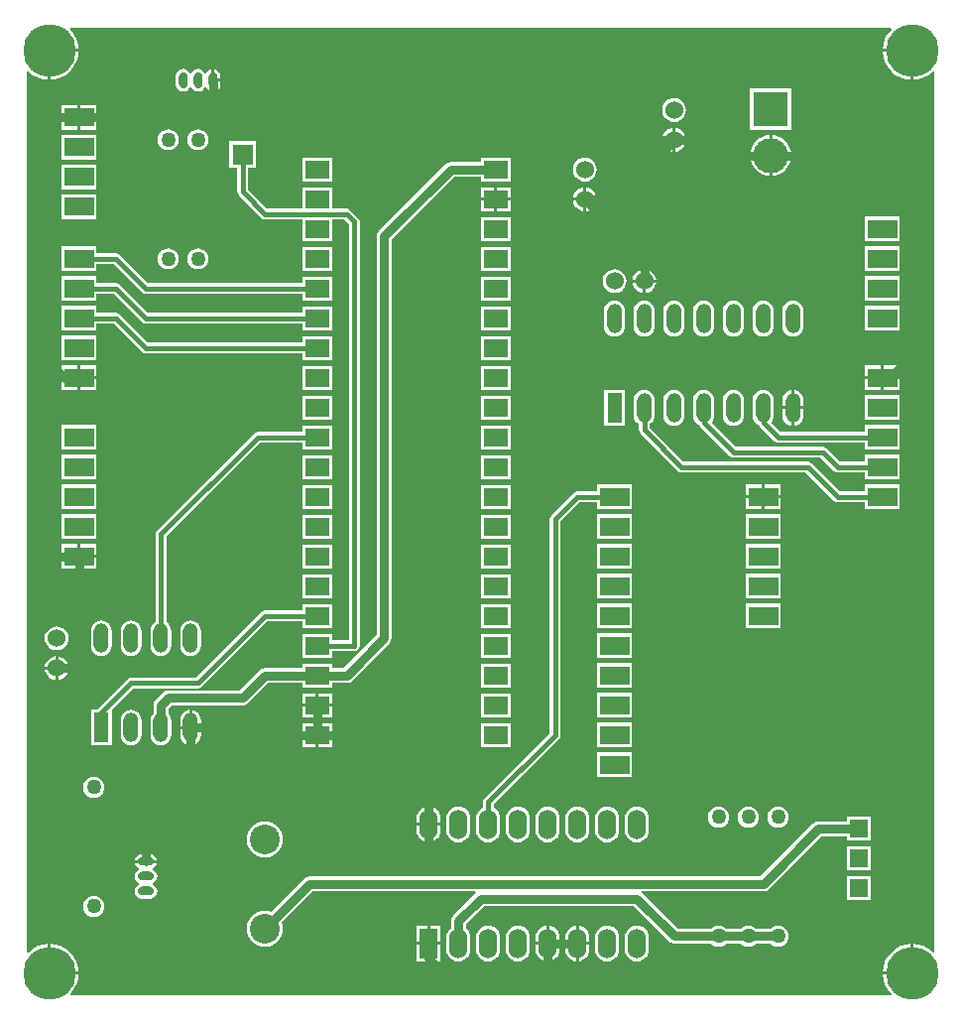
<source format=gbl>
G04 Layer_Physical_Order=2*
G04 Layer_Color=16770953*
%FSLAX25Y25*%
%MOIN*%
G70*
G01*
G75*
%ADD10C,0.01500*%
%ADD11C,0.03000*%
%ADD12C,0.17716*%
%ADD13C,0.10000*%
%ADD14R,0.09843X0.06299*%
%ADD15C,0.06000*%
%ADD16R,0.05000X0.10000*%
%ADD17O,0.05000X0.10000*%
%ADD18R,0.08000X0.06000*%
%ADD19O,0.05500X0.03000*%
%ADD20C,0.05000*%
%ADD21O,0.06000X0.10000*%
%ADD22R,0.06000X0.10000*%
%ADD23R,0.11811X0.11811*%
%ADD24C,0.11811*%
%ADD25R,0.06000X0.06000*%
%ADD26R,0.07000X0.07000*%
%ADD27O,0.03000X0.05500*%
G36*
X442975Y467171D02*
X442992Y467000D01*
X441763Y465504D01*
X440848Y463791D01*
X440284Y461933D01*
X440143Y460500D01*
X450000D01*
Y460000D01*
X450500D01*
Y450143D01*
X451933Y450284D01*
X453791Y450848D01*
X455504Y451763D01*
X457000Y452992D01*
X457171Y452975D01*
X457500Y452857D01*
Y157143D01*
X457171Y157025D01*
X457000Y157008D01*
X455504Y158237D01*
X453791Y159152D01*
X451933Y159716D01*
X450500Y159857D01*
Y150000D01*
X450000D01*
Y149500D01*
X440143D01*
X440284Y148067D01*
X440848Y146209D01*
X441763Y144497D01*
X442992Y143000D01*
X442975Y142829D01*
X442857Y142500D01*
X167143D01*
X167025Y142829D01*
X167008Y143000D01*
X168236Y144497D01*
X169152Y146209D01*
X169716Y148067D01*
X169857Y149500D01*
X160000D01*
Y150000D01*
X159500D01*
Y159857D01*
X158067Y159716D01*
X156209Y159152D01*
X154497Y158237D01*
X153000Y157008D01*
X152829Y157025D01*
X152500Y157143D01*
Y452857D01*
X152829Y452975D01*
X153000Y452992D01*
X154497Y451763D01*
X156209Y450848D01*
X158067Y450284D01*
X159500Y450143D01*
Y460000D01*
X160000D01*
Y460500D01*
X169857D01*
X169716Y461933D01*
X169152Y463791D01*
X168236Y465504D01*
X167008Y467000D01*
X167025Y467171D01*
X167143Y467500D01*
X442857D01*
X442975Y467171D01*
D02*
G37*
%LPC*%
G36*
X355921Y264150D02*
X344079D01*
Y255850D01*
X355921D01*
Y264150D01*
D02*
G37*
G36*
X315000Y264000D02*
X305000D01*
Y256000D01*
X315000D01*
Y264000D01*
D02*
G37*
G36*
X163000Y256469D02*
Y253000D01*
X166469D01*
X166397Y253544D01*
X165994Y254517D01*
X165353Y255353D01*
X164517Y255994D01*
X163544Y256397D01*
X163000Y256469D01*
D02*
G37*
G36*
X162000Y252000D02*
X158531D01*
X158603Y251456D01*
X159006Y250483D01*
X159647Y249647D01*
X160483Y249006D01*
X161456Y248603D01*
X162000Y248531D01*
Y252000D01*
D02*
G37*
G36*
X166469D02*
X163000D01*
Y248531D01*
X163544Y248603D01*
X164517Y249006D01*
X165353Y249647D01*
X165994Y250483D01*
X166397Y251456D01*
X166469Y252000D01*
D02*
G37*
G36*
X162000Y256469D02*
X161456Y256397D01*
X160483Y255994D01*
X159647Y255353D01*
X159006Y254517D01*
X158603Y253544D01*
X158531Y253000D01*
X162000D01*
Y256469D01*
D02*
G37*
G36*
X162500Y266534D02*
X161456Y266397D01*
X160483Y265994D01*
X159647Y265353D01*
X159006Y264517D01*
X158603Y263544D01*
X158466Y262500D01*
X158603Y261456D01*
X159006Y260483D01*
X159647Y259647D01*
X160483Y259006D01*
X161456Y258603D01*
X162500Y258466D01*
X163544Y258603D01*
X164517Y259006D01*
X165353Y259647D01*
X165994Y260483D01*
X166397Y261456D01*
X166534Y262500D01*
X166397Y263544D01*
X165994Y264517D01*
X165353Y265353D01*
X164517Y265994D01*
X163544Y266397D01*
X162500Y266534D01*
D02*
G37*
G36*
X229500Y429500D02*
X220500D01*
Y420500D01*
X223216D01*
Y412500D01*
X223352Y411817D01*
X223738Y411238D01*
X231238Y403738D01*
X231817Y403351D01*
X232500Y403216D01*
X245000D01*
Y396000D01*
X255000D01*
Y403216D01*
X259261D01*
X260716Y401761D01*
Y261784D01*
X255000D01*
Y264000D01*
X245000D01*
Y256000D01*
X255000D01*
Y258216D01*
X262500D01*
X263183Y258351D01*
X263762Y258738D01*
X264148Y259317D01*
X264284Y260000D01*
Y402500D01*
X264148Y403183D01*
X263762Y403762D01*
X263762Y403762D01*
X261262Y406262D01*
X260683Y406648D01*
X260000Y406784D01*
X255000D01*
Y414000D01*
X245000D01*
Y406784D01*
X233239D01*
X226784Y413239D01*
Y420500D01*
X229500D01*
Y429500D01*
D02*
G37*
G36*
X355921Y274150D02*
X344079D01*
Y265850D01*
X355921D01*
Y274150D01*
D02*
G37*
G36*
X177500Y268530D02*
X176586Y268410D01*
X175735Y268057D01*
X175004Y267496D01*
X174443Y266765D01*
X174090Y265914D01*
X173970Y265000D01*
Y260000D01*
X174090Y259086D01*
X174443Y258235D01*
X175004Y257504D01*
X175735Y256943D01*
X176586Y256590D01*
X177500Y256470D01*
X178414Y256590D01*
X179265Y256943D01*
X179996Y257504D01*
X180557Y258235D01*
X180910Y259086D01*
X181030Y260000D01*
Y265000D01*
X180910Y265914D01*
X180557Y266765D01*
X179996Y267496D01*
X179265Y268057D01*
X178414Y268410D01*
X177500Y268530D01*
D02*
G37*
G36*
X187500D02*
X186586Y268410D01*
X185735Y268057D01*
X185004Y267496D01*
X184443Y266765D01*
X184090Y265914D01*
X183970Y265000D01*
Y260000D01*
X184090Y259086D01*
X184443Y258235D01*
X185004Y257504D01*
X185735Y256943D01*
X186586Y256590D01*
X187500Y256470D01*
X188414Y256590D01*
X189265Y256943D01*
X189996Y257504D01*
X190557Y258235D01*
X190910Y259086D01*
X191030Y260000D01*
Y265000D01*
X190910Y265914D01*
X190557Y266765D01*
X189996Y267496D01*
X189265Y268057D01*
X188414Y268410D01*
X187500Y268530D01*
D02*
G37*
G36*
X207500D02*
X206586Y268410D01*
X205735Y268057D01*
X205004Y267496D01*
X204443Y266765D01*
X204090Y265914D01*
X203970Y265000D01*
Y260000D01*
X204090Y259086D01*
X204443Y258235D01*
X205004Y257504D01*
X205735Y256943D01*
X206586Y256590D01*
X207500Y256470D01*
X208414Y256590D01*
X209265Y256943D01*
X209996Y257504D01*
X210557Y258235D01*
X210910Y259086D01*
X211030Y260000D01*
Y265000D01*
X210910Y265914D01*
X210557Y266765D01*
X209996Y267496D01*
X209265Y268057D01*
X208414Y268410D01*
X207500Y268530D01*
D02*
G37*
G36*
X208000Y238464D02*
Y233000D01*
X211030D01*
Y235000D01*
X210910Y235914D01*
X210557Y236765D01*
X209996Y237496D01*
X209265Y238057D01*
X208414Y238410D01*
X208000Y238464D01*
D02*
G37*
G36*
X355921Y244150D02*
X344079D01*
Y235850D01*
X355921D01*
Y244150D01*
D02*
G37*
G36*
X249500Y239500D02*
X245000D01*
Y236000D01*
X249500D01*
Y239500D01*
D02*
G37*
G36*
Y234000D02*
X245000D01*
Y230500D01*
X249500D01*
Y234000D01*
D02*
G37*
G36*
X255000D02*
X250500D01*
Y230500D01*
X255000D01*
Y234000D01*
D02*
G37*
G36*
X207000Y238464D02*
X206586Y238410D01*
X205735Y238057D01*
X205004Y237496D01*
X204443Y236765D01*
X204090Y235914D01*
X203970Y235000D01*
Y233000D01*
X207000D01*
Y238464D01*
D02*
G37*
G36*
X255000Y244000D02*
X250500D01*
Y240500D01*
X255000D01*
Y244000D01*
D02*
G37*
G36*
X355921Y254150D02*
X344079D01*
Y245850D01*
X355921D01*
Y254150D01*
D02*
G37*
G36*
X315000Y254000D02*
X305000D01*
Y246000D01*
X315000D01*
Y254000D01*
D02*
G37*
G36*
X255000Y239500D02*
X250500D01*
Y236000D01*
X255000D01*
Y239500D01*
D02*
G37*
G36*
X315000Y244000D02*
X305000D01*
Y236000D01*
X315000D01*
Y244000D01*
D02*
G37*
G36*
X249500D02*
X245000D01*
Y240500D01*
X249500D01*
Y244000D01*
D02*
G37*
G36*
X175921Y304150D02*
X164079D01*
Y295850D01*
X175921D01*
Y304150D01*
D02*
G37*
G36*
X355921D02*
X344079D01*
Y295850D01*
X355921D01*
Y304150D01*
D02*
G37*
G36*
X405921D02*
X394079D01*
Y295850D01*
X405921D01*
Y304150D01*
D02*
G37*
G36*
X315000Y294000D02*
X305000D01*
Y286000D01*
X315000D01*
Y294000D01*
D02*
G37*
G36*
X169500Y294150D02*
X164079D01*
Y290500D01*
X169500D01*
Y294150D01*
D02*
G37*
G36*
X175921D02*
X170500D01*
Y290500D01*
X175921D01*
Y294150D01*
D02*
G37*
G36*
X355921Y314150D02*
X344079D01*
Y311784D01*
X337500D01*
X336817Y311649D01*
X336238Y311262D01*
X328738Y303762D01*
X328351Y303183D01*
X328216Y302500D01*
Y230739D01*
X306238Y208762D01*
X305852Y208183D01*
X305716Y207500D01*
Y205591D01*
X305483Y205494D01*
X304647Y204853D01*
X304006Y204017D01*
X303603Y203044D01*
X303466Y202000D01*
Y198000D01*
X303603Y196956D01*
X304006Y195983D01*
X304647Y195147D01*
X305483Y194506D01*
X306456Y194103D01*
X307500Y193965D01*
X308544Y194103D01*
X309517Y194506D01*
X310353Y195147D01*
X310994Y195983D01*
X311397Y196956D01*
X311535Y198000D01*
Y202000D01*
X311397Y203044D01*
X310994Y204017D01*
X310353Y204853D01*
X309517Y205494D01*
X309284Y205591D01*
Y206761D01*
X331262Y228738D01*
X331262Y228738D01*
X331648Y229317D01*
X331784Y230000D01*
X331784Y230000D01*
Y301761D01*
X338239Y308216D01*
X344079D01*
Y305850D01*
X355921D01*
Y314150D01*
D02*
G37*
G36*
X399500Y309500D02*
X394079D01*
Y305850D01*
X399500D01*
Y309500D01*
D02*
G37*
G36*
X405921D02*
X400500D01*
Y305850D01*
X405921D01*
Y309500D01*
D02*
G37*
G36*
X255000Y304000D02*
X245000D01*
Y296000D01*
X255000D01*
Y304000D01*
D02*
G37*
G36*
X315000D02*
X305000D01*
Y296000D01*
X315000D01*
Y304000D01*
D02*
G37*
G36*
X175921Y314150D02*
X164079D01*
Y305850D01*
X175921D01*
Y314150D01*
D02*
G37*
G36*
X355921Y284150D02*
X344079D01*
Y275850D01*
X355921D01*
Y284150D01*
D02*
G37*
G36*
X405921D02*
X394079D01*
Y275850D01*
X405921D01*
Y284150D01*
D02*
G37*
G36*
X255000Y284000D02*
X245000D01*
Y276000D01*
X255000D01*
Y284000D01*
D02*
G37*
G36*
X405921Y274150D02*
X394079D01*
Y265850D01*
X405921D01*
Y274150D01*
D02*
G37*
G36*
X315000Y274000D02*
X305000D01*
Y266000D01*
X315000D01*
Y274000D01*
D02*
G37*
G36*
X255000D02*
X245000D01*
Y271784D01*
X232500D01*
X232500Y271784D01*
X231817Y271649D01*
X231238Y271262D01*
X231238Y271262D01*
X209261Y249284D01*
X187500D01*
X187500Y249284D01*
X186817Y249149D01*
X186238Y248762D01*
X186238Y248762D01*
X176238Y238762D01*
X176064Y238500D01*
X174000D01*
Y226500D01*
X181000D01*
Y238477D01*
X188239Y245716D01*
X210000D01*
X210683Y245851D01*
X211262Y246238D01*
X233239Y268216D01*
X245000D01*
Y266000D01*
X255000D01*
Y274000D01*
D02*
G37*
G36*
X355921Y294150D02*
X344079D01*
Y285850D01*
X355921D01*
Y294150D01*
D02*
G37*
G36*
X405921D02*
X394079D01*
Y285850D01*
X405921D01*
Y294150D01*
D02*
G37*
G36*
X255000Y294000D02*
X245000D01*
Y286000D01*
X255000D01*
Y294000D01*
D02*
G37*
G36*
X315000Y284000D02*
X305000D01*
Y276000D01*
X315000D01*
Y284000D01*
D02*
G37*
G36*
X169500Y289500D02*
X164079D01*
Y285850D01*
X169500D01*
Y289500D01*
D02*
G37*
G36*
X175921D02*
X170500D01*
Y285850D01*
X175921D01*
Y289500D01*
D02*
G37*
G36*
X291500Y166000D02*
X288000D01*
Y160500D01*
X291500D01*
Y166000D01*
D02*
G37*
G36*
X328000Y165969D02*
Y160500D01*
X331535D01*
Y162000D01*
X331397Y163044D01*
X330994Y164017D01*
X330353Y164853D01*
X329517Y165494D01*
X328544Y165897D01*
X328000Y165969D01*
D02*
G37*
G36*
X338000D02*
Y160500D01*
X341534D01*
Y162000D01*
X341397Y163044D01*
X340994Y164017D01*
X340353Y164853D01*
X339517Y165494D01*
X338544Y165897D01*
X338000Y165969D01*
D02*
G37*
G36*
X327000D02*
X326456Y165897D01*
X325483Y165494D01*
X324647Y164853D01*
X324006Y164017D01*
X323603Y163044D01*
X323465Y162000D01*
Y160500D01*
X327000D01*
Y165969D01*
D02*
G37*
G36*
X337000D02*
X336456Y165897D01*
X335483Y165494D01*
X334647Y164853D01*
X334006Y164017D01*
X333603Y163044D01*
X333466Y162000D01*
Y160500D01*
X337000D01*
Y165969D01*
D02*
G37*
G36*
X287000Y166000D02*
X283500D01*
Y160500D01*
X287000D01*
Y166000D01*
D02*
G37*
G36*
X436000Y192500D02*
X428000D01*
Y184500D01*
X436000D01*
Y192500D01*
D02*
G37*
G36*
X192000Y190049D02*
X191250D01*
X190275Y189855D01*
X189448Y189302D01*
X188895Y188476D01*
X188801Y188000D01*
X192000D01*
Y190049D01*
D02*
G37*
G36*
X193750D02*
X193000D01*
Y188000D01*
X196200D01*
X196105Y188476D01*
X195552Y189302D01*
X194726Y189855D01*
X193750Y190049D01*
D02*
G37*
G36*
X175000Y176030D02*
X174086Y175910D01*
X173235Y175557D01*
X172504Y174996D01*
X171943Y174265D01*
X171590Y173414D01*
X171470Y172500D01*
X171590Y171586D01*
X171943Y170735D01*
X172504Y170004D01*
X173235Y169443D01*
X174086Y169090D01*
X175000Y168970D01*
X175914Y169090D01*
X176765Y169443D01*
X177496Y170004D01*
X178057Y170735D01*
X178410Y171586D01*
X178530Y172500D01*
X178410Y173414D01*
X178057Y174265D01*
X177496Y174996D01*
X176765Y175557D01*
X175914Y175910D01*
X175000Y176030D01*
D02*
G37*
G36*
X436000Y182500D02*
X428000D01*
Y174500D01*
X436000D01*
Y182500D01*
D02*
G37*
G36*
X196200Y187000D02*
X192500D01*
X188801D01*
X188895Y186524D01*
X189448Y185698D01*
X190066Y185284D01*
Y184716D01*
X189448Y184302D01*
X188895Y183475D01*
X188701Y182500D01*
X188895Y181525D01*
X189448Y180698D01*
X190066Y180284D01*
Y179716D01*
X189448Y179302D01*
X188895Y178475D01*
X188701Y177500D01*
X188895Y176524D01*
X189448Y175698D01*
X190275Y175145D01*
X191250Y174951D01*
X193750D01*
X194726Y175145D01*
X195552Y175698D01*
X196105Y176524D01*
X196299Y177500D01*
X196105Y178475D01*
X195552Y179302D01*
X194934Y179716D01*
Y180284D01*
X195552Y180698D01*
X196105Y181525D01*
X196299Y182500D01*
X196105Y183475D01*
X195552Y184302D01*
X194934Y184716D01*
Y185284D01*
X195552Y185698D01*
X196105Y186524D01*
X196200Y187000D01*
D02*
G37*
G36*
X317500Y166034D02*
X316456Y165897D01*
X315483Y165494D01*
X314647Y164853D01*
X314006Y164017D01*
X313603Y163044D01*
X313465Y162000D01*
Y158000D01*
X313603Y156956D01*
X314006Y155983D01*
X314647Y155147D01*
X315483Y154506D01*
X316456Y154103D01*
X317500Y153965D01*
X318544Y154103D01*
X319517Y154506D01*
X320353Y155147D01*
X320994Y155983D01*
X321397Y156956D01*
X321534Y158000D01*
Y162000D01*
X321397Y163044D01*
X320994Y164017D01*
X320353Y164853D01*
X319517Y165494D01*
X318544Y165897D01*
X317500Y166034D01*
D02*
G37*
G36*
X347500D02*
X346456Y165897D01*
X345483Y165494D01*
X344647Y164853D01*
X344006Y164017D01*
X343603Y163044D01*
X343465Y162000D01*
Y158000D01*
X343603Y156956D01*
X344006Y155983D01*
X344647Y155147D01*
X345483Y154506D01*
X346456Y154103D01*
X347500Y153965D01*
X348544Y154103D01*
X349517Y154506D01*
X350353Y155147D01*
X350994Y155983D01*
X351397Y156956D01*
X351535Y158000D01*
Y162000D01*
X351397Y163044D01*
X350994Y164017D01*
X350353Y164853D01*
X349517Y165494D01*
X348544Y165897D01*
X347500Y166034D01*
D02*
G37*
G36*
X357500D02*
X356456Y165897D01*
X355483Y165494D01*
X354647Y164853D01*
X354006Y164017D01*
X353603Y163044D01*
X353466Y162000D01*
Y158000D01*
X353603Y156956D01*
X354006Y155983D01*
X354647Y155147D01*
X355483Y154506D01*
X356456Y154103D01*
X357500Y153965D01*
X358544Y154103D01*
X359517Y154506D01*
X360353Y155147D01*
X360994Y155983D01*
X361397Y156956D01*
X361535Y158000D01*
Y162000D01*
X361397Y163044D01*
X360994Y164017D01*
X360353Y164853D01*
X359517Y165494D01*
X358544Y165897D01*
X357500Y166034D01*
D02*
G37*
G36*
X449500Y159857D02*
X448067Y159716D01*
X446209Y159152D01*
X444496Y158237D01*
X442995Y157005D01*
X441763Y155503D01*
X440848Y153791D01*
X440284Y151933D01*
X440143Y150500D01*
X449500D01*
Y159857D01*
D02*
G37*
G36*
X160500D02*
Y150500D01*
X169857D01*
X169716Y151933D01*
X169152Y153791D01*
X168236Y155503D01*
X167005Y157005D01*
X165504Y158237D01*
X163791Y159152D01*
X161933Y159716D01*
X160500Y159857D01*
D02*
G37*
G36*
X307500Y166034D02*
X306456Y165897D01*
X305483Y165494D01*
X304647Y164853D01*
X304006Y164017D01*
X303603Y163044D01*
X303466Y162000D01*
Y158000D01*
X303603Y156956D01*
X304006Y155983D01*
X304647Y155147D01*
X305483Y154506D01*
X306456Y154103D01*
X307500Y153965D01*
X308544Y154103D01*
X309517Y154506D01*
X310353Y155147D01*
X310994Y155983D01*
X311397Y156956D01*
X311535Y158000D01*
Y162000D01*
X311397Y163044D01*
X310994Y164017D01*
X310353Y164853D01*
X309517Y165494D01*
X308544Y165897D01*
X307500Y166034D01*
D02*
G37*
G36*
X337000Y159500D02*
X333466D01*
Y158000D01*
X333603Y156956D01*
X334006Y155983D01*
X334647Y155147D01*
X335483Y154506D01*
X336456Y154103D01*
X337000Y154031D01*
Y159500D01*
D02*
G37*
G36*
X331535D02*
X328000D01*
Y154031D01*
X328544Y154103D01*
X329517Y154506D01*
X330353Y155147D01*
X330994Y155983D01*
X331397Y156956D01*
X331535Y158000D01*
Y159500D01*
D02*
G37*
G36*
X341534D02*
X338000D01*
Y154031D01*
X338544Y154103D01*
X339517Y154506D01*
X340353Y155147D01*
X340994Y155983D01*
X341397Y156956D01*
X341534Y158000D01*
Y159500D01*
D02*
G37*
G36*
X287000D02*
X283500D01*
Y154000D01*
X287000D01*
Y159500D01*
D02*
G37*
G36*
X291500D02*
X288000D01*
Y154000D01*
X291500D01*
Y159500D01*
D02*
G37*
G36*
X327000D02*
X323465D01*
Y158000D01*
X323603Y156956D01*
X324006Y155983D01*
X324647Y155147D01*
X325483Y154506D01*
X326456Y154103D01*
X327000Y154031D01*
Y159500D01*
D02*
G37*
G36*
X175000Y216030D02*
X174086Y215910D01*
X173235Y215557D01*
X172504Y214996D01*
X171943Y214265D01*
X171590Y213414D01*
X171470Y212500D01*
X171590Y211586D01*
X171943Y210735D01*
X172504Y210004D01*
X173235Y209443D01*
X174086Y209090D01*
X175000Y208970D01*
X175914Y209090D01*
X176765Y209443D01*
X177496Y210004D01*
X178057Y210735D01*
X178410Y211586D01*
X178530Y212500D01*
X178410Y213414D01*
X178057Y214265D01*
X177496Y214996D01*
X176765Y215557D01*
X175914Y215910D01*
X175000Y216030D01*
D02*
G37*
G36*
X355921Y224150D02*
X344079D01*
Y215850D01*
X355921D01*
Y224150D01*
D02*
G37*
G36*
Y234150D02*
X344079D01*
Y225850D01*
X355921D01*
Y234150D01*
D02*
G37*
G36*
X405000Y206030D02*
X404086Y205910D01*
X403235Y205557D01*
X402504Y204996D01*
X401943Y204265D01*
X401590Y203414D01*
X401470Y202500D01*
X401590Y201586D01*
X401943Y200735D01*
X402504Y200004D01*
X403235Y199443D01*
X404086Y199090D01*
X405000Y198970D01*
X405914Y199090D01*
X406765Y199443D01*
X407496Y200004D01*
X408057Y200735D01*
X408410Y201586D01*
X408530Y202500D01*
X408410Y203414D01*
X408057Y204265D01*
X407496Y204996D01*
X406765Y205557D01*
X405914Y205910D01*
X405000Y206030D01*
D02*
G37*
G36*
X287000Y205969D02*
X286456Y205897D01*
X285483Y205494D01*
X284647Y204853D01*
X284006Y204017D01*
X283603Y203044D01*
X283466Y202000D01*
Y200500D01*
X287000D01*
Y205969D01*
D02*
G37*
G36*
X288000D02*
Y200500D01*
X291534D01*
Y202000D01*
X291397Y203044D01*
X290994Y204017D01*
X290353Y204853D01*
X289517Y205494D01*
X288544Y205897D01*
X288000Y205969D01*
D02*
G37*
G36*
X187500Y238530D02*
X186586Y238410D01*
X185735Y238057D01*
X185004Y237496D01*
X184443Y236765D01*
X184090Y235914D01*
X183970Y235000D01*
Y230000D01*
X184090Y229086D01*
X184443Y228235D01*
X185004Y227504D01*
X185735Y226943D01*
X186586Y226590D01*
X187500Y226470D01*
X188414Y226590D01*
X189265Y226943D01*
X189996Y227504D01*
X190557Y228235D01*
X190910Y229086D01*
X191030Y230000D01*
Y235000D01*
X190910Y235914D01*
X190557Y236765D01*
X189996Y237496D01*
X189265Y238057D01*
X188414Y238410D01*
X187500Y238530D01*
D02*
G37*
G36*
X207000Y232000D02*
X203970D01*
Y230000D01*
X204090Y229086D01*
X204443Y228235D01*
X205004Y227504D01*
X205735Y226943D01*
X206586Y226590D01*
X207000Y226536D01*
Y232000D01*
D02*
G37*
G36*
X211030D02*
X208000D01*
Y226536D01*
X208414Y226590D01*
X209265Y226943D01*
X209996Y227504D01*
X210557Y228235D01*
X210910Y229086D01*
X211030Y230000D01*
Y232000D01*
D02*
G37*
G36*
X249500Y229500D02*
X245000D01*
Y226000D01*
X249500D01*
Y229500D01*
D02*
G37*
G36*
X255000D02*
X250500D01*
Y226000D01*
X255000D01*
Y229500D01*
D02*
G37*
G36*
X315000Y234000D02*
X305000D01*
Y226000D01*
X315000D01*
Y234000D01*
D02*
G37*
G36*
X327500Y206034D02*
X326456Y205897D01*
X325483Y205494D01*
X324647Y204853D01*
X324006Y204017D01*
X323603Y203044D01*
X323465Y202000D01*
Y198000D01*
X323603Y196956D01*
X324006Y195983D01*
X324647Y195147D01*
X325483Y194506D01*
X326456Y194103D01*
X327500Y193965D01*
X328544Y194103D01*
X329517Y194506D01*
X330353Y195147D01*
X330994Y195983D01*
X331397Y196956D01*
X331535Y198000D01*
Y202000D01*
X331397Y203044D01*
X330994Y204017D01*
X330353Y204853D01*
X329517Y205494D01*
X328544Y205897D01*
X327500Y206034D01*
D02*
G37*
G36*
X337500D02*
X336456Y205897D01*
X335483Y205494D01*
X334647Y204853D01*
X334006Y204017D01*
X333603Y203044D01*
X333466Y202000D01*
Y198000D01*
X333603Y196956D01*
X334006Y195983D01*
X334647Y195147D01*
X335483Y194506D01*
X336456Y194103D01*
X337500Y193965D01*
X338544Y194103D01*
X339517Y194506D01*
X340353Y195147D01*
X340994Y195983D01*
X341397Y196956D01*
X341534Y198000D01*
Y202000D01*
X341397Y203044D01*
X340994Y204017D01*
X340353Y204853D01*
X339517Y205494D01*
X338544Y205897D01*
X337500Y206034D01*
D02*
G37*
G36*
X347500D02*
X346456Y205897D01*
X345483Y205494D01*
X344647Y204853D01*
X344006Y204017D01*
X343603Y203044D01*
X343465Y202000D01*
Y198000D01*
X343603Y196956D01*
X344006Y195983D01*
X344647Y195147D01*
X345483Y194506D01*
X346456Y194103D01*
X347500Y193965D01*
X348544Y194103D01*
X349517Y194506D01*
X350353Y195147D01*
X350994Y195983D01*
X351397Y196956D01*
X351535Y198000D01*
Y202000D01*
X351397Y203044D01*
X350994Y204017D01*
X350353Y204853D01*
X349517Y205494D01*
X348544Y205897D01*
X347500Y206034D01*
D02*
G37*
G36*
X232500Y200950D02*
X231324Y200834D01*
X230193Y200491D01*
X229151Y199934D01*
X228237Y199184D01*
X227487Y198271D01*
X226930Y197229D01*
X226587Y196098D01*
X226471Y194921D01*
X226587Y193745D01*
X226930Y192614D01*
X227487Y191572D01*
X228237Y190658D01*
X229151Y189908D01*
X230193Y189351D01*
X231324Y189008D01*
X232500Y188892D01*
X233676Y189008D01*
X234807Y189351D01*
X235849Y189908D01*
X236763Y190658D01*
X237513Y191572D01*
X238070Y192614D01*
X238413Y193745D01*
X238529Y194921D01*
X238413Y196098D01*
X238070Y197229D01*
X237513Y198271D01*
X236763Y199184D01*
X235849Y199934D01*
X234807Y200491D01*
X233676Y200834D01*
X232500Y200950D01*
D02*
G37*
G36*
X297500Y206034D02*
X296456Y205897D01*
X295483Y205494D01*
X294647Y204853D01*
X294006Y204017D01*
X293603Y203044D01*
X293465Y202000D01*
Y198000D01*
X293603Y196956D01*
X294006Y195983D01*
X294647Y195147D01*
X295483Y194506D01*
X296456Y194103D01*
X297500Y193965D01*
X298544Y194103D01*
X299517Y194506D01*
X300353Y195147D01*
X300994Y195983D01*
X301397Y196956D01*
X301535Y198000D01*
Y202000D01*
X301397Y203044D01*
X300994Y204017D01*
X300353Y204853D01*
X299517Y205494D01*
X298544Y205897D01*
X297500Y206034D01*
D02*
G37*
G36*
X317500D02*
X316456Y205897D01*
X315483Y205494D01*
X314647Y204853D01*
X314006Y204017D01*
X313603Y203044D01*
X313465Y202000D01*
Y198000D01*
X313603Y196956D01*
X314006Y195983D01*
X314647Y195147D01*
X315483Y194506D01*
X316456Y194103D01*
X317500Y193965D01*
X318544Y194103D01*
X319517Y194506D01*
X320353Y195147D01*
X320994Y195983D01*
X321397Y196956D01*
X321534Y198000D01*
Y202000D01*
X321397Y203044D01*
X320994Y204017D01*
X320353Y204853D01*
X319517Y205494D01*
X318544Y205897D01*
X317500Y206034D01*
D02*
G37*
G36*
X436000Y202500D02*
X428000D01*
Y201049D01*
X418500D01*
X417524Y200855D01*
X416698Y200302D01*
X398944Y182549D01*
X247500D01*
X246525Y182355D01*
X245698Y181802D01*
X234545Y170650D01*
X233676Y170913D01*
X232500Y171029D01*
X231324Y170913D01*
X230193Y170570D01*
X229151Y170013D01*
X228237Y169263D01*
X227487Y168350D01*
X226930Y167307D01*
X226587Y166176D01*
X226471Y165000D01*
X226587Y163824D01*
X226930Y162693D01*
X227487Y161651D01*
X228237Y160737D01*
X229151Y159987D01*
X230193Y159430D01*
X231324Y159087D01*
X232500Y158971D01*
X233676Y159087D01*
X234807Y159430D01*
X235849Y159987D01*
X236763Y160737D01*
X237513Y161651D01*
X238070Y162693D01*
X238413Y163824D01*
X238529Y165000D01*
X238413Y166176D01*
X238150Y167045D01*
X248556Y177451D01*
X303268D01*
X303420Y176951D01*
X303198Y176802D01*
X295698Y169302D01*
X295145Y168475D01*
X294951Y167500D01*
Y165086D01*
X294647Y164853D01*
X294006Y164017D01*
X293603Y163044D01*
X293465Y162000D01*
Y158000D01*
X293603Y156956D01*
X294006Y155983D01*
X294647Y155147D01*
X295483Y154506D01*
X296456Y154103D01*
X297500Y153965D01*
X298544Y154103D01*
X299517Y154506D01*
X300353Y155147D01*
X300994Y155983D01*
X301397Y156956D01*
X301535Y158000D01*
Y162000D01*
X301397Y163044D01*
X300994Y164017D01*
X300353Y164853D01*
X300049Y165086D01*
Y166444D01*
X306056Y172451D01*
X356444D01*
X368198Y160698D01*
X369024Y160145D01*
X370000Y159951D01*
X382573D01*
X383235Y159443D01*
X384086Y159090D01*
X385000Y158970D01*
X385914Y159090D01*
X386765Y159443D01*
X387427Y159951D01*
X392572D01*
X393235Y159443D01*
X394086Y159090D01*
X395000Y158970D01*
X395914Y159090D01*
X396765Y159443D01*
X397428Y159951D01*
X402572D01*
X403235Y159443D01*
X404086Y159090D01*
X405000Y158970D01*
X405914Y159090D01*
X406765Y159443D01*
X407496Y160004D01*
X408057Y160735D01*
X408410Y161586D01*
X408530Y162500D01*
X408410Y163414D01*
X408057Y164265D01*
X407496Y164996D01*
X406765Y165557D01*
X405914Y165910D01*
X405000Y166030D01*
X404086Y165910D01*
X403235Y165557D01*
X402572Y165049D01*
X397428D01*
X396765Y165557D01*
X395914Y165910D01*
X395000Y166030D01*
X394086Y165910D01*
X393235Y165557D01*
X392572Y165049D01*
X387427D01*
X386765Y165557D01*
X385914Y165910D01*
X385000Y166030D01*
X384086Y165910D01*
X383235Y165557D01*
X382573Y165049D01*
X371056D01*
X359302Y176802D01*
X359080Y176951D01*
X359232Y177451D01*
X400000D01*
X400976Y177645D01*
X401802Y178198D01*
X419556Y195951D01*
X428000D01*
Y194500D01*
X436000D01*
Y202500D01*
D02*
G37*
G36*
X385000Y206030D02*
X384086Y205910D01*
X383235Y205557D01*
X382504Y204996D01*
X381943Y204265D01*
X381590Y203414D01*
X381470Y202500D01*
X381590Y201586D01*
X381943Y200735D01*
X382504Y200004D01*
X383235Y199443D01*
X384086Y199090D01*
X385000Y198970D01*
X385914Y199090D01*
X386765Y199443D01*
X387496Y200004D01*
X388057Y200735D01*
X388410Y201586D01*
X388530Y202500D01*
X388410Y203414D01*
X388057Y204265D01*
X387496Y204996D01*
X386765Y205557D01*
X385914Y205910D01*
X385000Y206030D01*
D02*
G37*
G36*
X395000D02*
X394086Y205910D01*
X393235Y205557D01*
X392504Y204996D01*
X391943Y204265D01*
X391590Y203414D01*
X391470Y202500D01*
X391590Y201586D01*
X391943Y200735D01*
X392504Y200004D01*
X393235Y199443D01*
X394086Y199090D01*
X395000Y198970D01*
X395914Y199090D01*
X396765Y199443D01*
X397496Y200004D01*
X398057Y200735D01*
X398410Y201586D01*
X398530Y202500D01*
X398410Y203414D01*
X398057Y204265D01*
X397496Y204996D01*
X396765Y205557D01*
X395914Y205910D01*
X395000Y206030D01*
D02*
G37*
G36*
X357500Y206034D02*
X356456Y205897D01*
X355483Y205494D01*
X354647Y204853D01*
X354006Y204017D01*
X353603Y203044D01*
X353466Y202000D01*
Y198000D01*
X353603Y196956D01*
X354006Y195983D01*
X354647Y195147D01*
X355483Y194506D01*
X356456Y194103D01*
X357500Y193965D01*
X358544Y194103D01*
X359517Y194506D01*
X360353Y195147D01*
X360994Y195983D01*
X361397Y196956D01*
X361535Y198000D01*
Y202000D01*
X361397Y203044D01*
X360994Y204017D01*
X360353Y204853D01*
X359517Y205494D01*
X358544Y205897D01*
X357500Y206034D01*
D02*
G37*
G36*
X287000Y199500D02*
X283466D01*
Y198000D01*
X283603Y196956D01*
X284006Y195983D01*
X284647Y195147D01*
X285483Y194506D01*
X286456Y194103D01*
X287000Y194031D01*
Y199500D01*
D02*
G37*
G36*
X291534D02*
X288000D01*
Y194031D01*
X288544Y194103D01*
X289517Y194506D01*
X290353Y195147D01*
X290994Y195983D01*
X291397Y196956D01*
X291534Y198000D01*
Y199500D01*
D02*
G37*
G36*
X315000Y409500D02*
X310500D01*
Y406000D01*
X315000D01*
Y409500D01*
D02*
G37*
G36*
X339500D02*
X336031D01*
X336103Y408956D01*
X336506Y407983D01*
X337147Y407147D01*
X337983Y406506D01*
X338956Y406103D01*
X339500Y406031D01*
Y409500D01*
D02*
G37*
G36*
X343969D02*
X340500D01*
Y406031D01*
X341044Y406103D01*
X342017Y406506D01*
X342853Y407147D01*
X343494Y407983D01*
X343897Y408956D01*
X343969Y409500D01*
D02*
G37*
G36*
X315000Y404000D02*
X305000D01*
Y396000D01*
X315000D01*
Y404000D01*
D02*
G37*
G36*
X175921Y411650D02*
X164079D01*
Y403350D01*
X175921D01*
Y411650D01*
D02*
G37*
G36*
X309500Y409500D02*
X305000D01*
Y406000D01*
X309500D01*
Y409500D01*
D02*
G37*
G36*
X315000Y414000D02*
X310500D01*
Y410500D01*
X315000D01*
Y414000D01*
D02*
G37*
G36*
X175921Y421650D02*
X164079D01*
Y413350D01*
X175921D01*
Y421650D01*
D02*
G37*
G36*
X340000Y424035D02*
X338956Y423897D01*
X337983Y423494D01*
X337147Y422853D01*
X336506Y422017D01*
X336103Y421044D01*
X335965Y420000D01*
X336103Y418956D01*
X336506Y417983D01*
X337147Y417147D01*
X337983Y416506D01*
X338956Y416103D01*
X340000Y415966D01*
X341044Y416103D01*
X342017Y416506D01*
X342853Y417147D01*
X343494Y417983D01*
X343897Y418956D01*
X344035Y420000D01*
X343897Y421044D01*
X343494Y422017D01*
X342853Y422853D01*
X342017Y423494D01*
X341044Y423897D01*
X340000Y424035D01*
D02*
G37*
G36*
X309500Y414000D02*
X305000D01*
Y410500D01*
X309500D01*
Y414000D01*
D02*
G37*
G36*
X339500Y413969D02*
X338956Y413897D01*
X337983Y413494D01*
X337147Y412853D01*
X336506Y412017D01*
X336103Y411044D01*
X336031Y410500D01*
X339500D01*
Y413969D01*
D02*
G37*
G36*
X340500D02*
Y410500D01*
X343969D01*
X343897Y411044D01*
X343494Y412017D01*
X342853Y412853D01*
X342017Y413494D01*
X341044Y413897D01*
X340500Y413969D01*
D02*
G37*
G36*
X363969Y382000D02*
X360500D01*
Y378531D01*
X361044Y378603D01*
X362017Y379006D01*
X362853Y379647D01*
X363494Y380483D01*
X363897Y381456D01*
X363969Y382000D01*
D02*
G37*
G36*
X359500Y386469D02*
X358956Y386397D01*
X357983Y385994D01*
X357147Y385353D01*
X356506Y384517D01*
X356103Y383544D01*
X356031Y383000D01*
X359500D01*
Y386469D01*
D02*
G37*
G36*
X360500D02*
Y383000D01*
X363969D01*
X363897Y383544D01*
X363494Y384517D01*
X362853Y385353D01*
X362017Y385994D01*
X361044Y386397D01*
X360500Y386469D01*
D02*
G37*
G36*
X315000Y384000D02*
X305000D01*
Y376000D01*
X315000D01*
Y384000D01*
D02*
G37*
G36*
X350000Y386535D02*
X348956Y386397D01*
X347983Y385994D01*
X347147Y385353D01*
X346506Y384517D01*
X346103Y383544D01*
X345966Y382500D01*
X346103Y381456D01*
X346506Y380483D01*
X347147Y379647D01*
X347983Y379006D01*
X348956Y378603D01*
X350000Y378466D01*
X351044Y378603D01*
X352017Y379006D01*
X352853Y379647D01*
X353494Y380483D01*
X353897Y381456D01*
X354034Y382500D01*
X353897Y383544D01*
X353494Y384517D01*
X352853Y385353D01*
X352017Y385994D01*
X351044Y386397D01*
X350000Y386535D01*
D02*
G37*
G36*
X359500Y382000D02*
X356031D01*
X356103Y381456D01*
X356506Y380483D01*
X357147Y379647D01*
X357983Y379006D01*
X358956Y378603D01*
X359500Y378531D01*
Y382000D01*
D02*
G37*
G36*
X200000Y393530D02*
X199086Y393410D01*
X198235Y393057D01*
X197504Y392496D01*
X196943Y391765D01*
X196590Y390914D01*
X196470Y390000D01*
X196590Y389086D01*
X196943Y388235D01*
X197504Y387504D01*
X198235Y386943D01*
X199086Y386590D01*
X200000Y386470D01*
X200914Y386590D01*
X201765Y386943D01*
X202496Y387504D01*
X203057Y388235D01*
X203410Y389086D01*
X203530Y390000D01*
X203410Y390914D01*
X203057Y391765D01*
X202496Y392496D01*
X201765Y393057D01*
X200914Y393410D01*
X200000Y393530D01*
D02*
G37*
G36*
X210000D02*
X209086Y393410D01*
X208235Y393057D01*
X207504Y392496D01*
X206943Y391765D01*
X206590Y390914D01*
X206470Y390000D01*
X206590Y389086D01*
X206943Y388235D01*
X207504Y387504D01*
X208235Y386943D01*
X209086Y386590D01*
X210000Y386470D01*
X210914Y386590D01*
X211765Y386943D01*
X212496Y387504D01*
X213057Y388235D01*
X213410Y389086D01*
X213530Y390000D01*
X213410Y390914D01*
X213057Y391765D01*
X212496Y392496D01*
X211765Y393057D01*
X210914Y393410D01*
X210000Y393530D01*
D02*
G37*
G36*
X445921Y404150D02*
X434079D01*
Y395850D01*
X445921D01*
Y404150D01*
D02*
G37*
G36*
Y394150D02*
X434079D01*
Y385850D01*
X445921D01*
Y394150D01*
D02*
G37*
G36*
X255000Y394000D02*
X245000D01*
Y386000D01*
X255000D01*
Y394000D01*
D02*
G37*
G36*
X315000D02*
X305000D01*
Y386000D01*
X315000D01*
Y394000D01*
D02*
G37*
G36*
X409406Y447205D02*
X395595D01*
Y433394D01*
X409406D01*
Y447205D01*
D02*
G37*
G36*
X370000Y444034D02*
X368956Y443897D01*
X367983Y443494D01*
X367147Y442853D01*
X366506Y442017D01*
X366103Y441044D01*
X365966Y440000D01*
X366103Y438956D01*
X366506Y437983D01*
X367147Y437147D01*
X367983Y436506D01*
X368956Y436103D01*
X370000Y435965D01*
X371044Y436103D01*
X372017Y436506D01*
X372853Y437147D01*
X373494Y437983D01*
X373897Y438956D01*
X374035Y440000D01*
X373897Y441044D01*
X373494Y442017D01*
X372853Y442853D01*
X372017Y443494D01*
X371044Y443897D01*
X370000Y444034D01*
D02*
G37*
G36*
X169500Y441650D02*
X164079D01*
Y438000D01*
X169500D01*
Y441650D01*
D02*
G37*
G36*
X370500Y433969D02*
Y430500D01*
X373969D01*
X373897Y431044D01*
X373494Y432017D01*
X372853Y432853D01*
X372017Y433494D01*
X371044Y433897D01*
X370500Y433969D01*
D02*
G37*
G36*
X169500Y437000D02*
X164079D01*
Y433350D01*
X169500D01*
Y437000D01*
D02*
G37*
G36*
X175921D02*
X170500D01*
Y433350D01*
X175921D01*
Y437000D01*
D02*
G37*
G36*
X169857Y459500D02*
X160500D01*
Y450143D01*
X161933Y450284D01*
X163791Y450848D01*
X165504Y451763D01*
X167005Y452995D01*
X168236Y454496D01*
X169152Y456209D01*
X169716Y458067D01*
X169857Y459500D01*
D02*
G37*
G36*
X215500Y453699D02*
Y450500D01*
X217549D01*
Y451250D01*
X217355Y452225D01*
X216802Y453052D01*
X215975Y453605D01*
X215500Y453699D01*
D02*
G37*
G36*
X210000Y453799D02*
X209025Y453605D01*
X208198Y453052D01*
X207785Y452434D01*
X207215D01*
X206802Y453052D01*
X205976Y453605D01*
X205000Y453799D01*
X204025Y453605D01*
X203198Y453052D01*
X202645Y452225D01*
X202451Y451250D01*
Y448750D01*
X202645Y447775D01*
X203198Y446948D01*
X204025Y446395D01*
X205000Y446201D01*
X205976Y446395D01*
X206802Y446948D01*
X207215Y447566D01*
X207785D01*
X208198Y446948D01*
X209025Y446395D01*
X210000Y446201D01*
X210976Y446395D01*
X211802Y446948D01*
X212215Y447566D01*
X212785D01*
X213198Y446948D01*
X214024Y446395D01*
X214500Y446301D01*
Y450000D01*
Y453699D01*
X214024Y453605D01*
X213198Y453052D01*
X212785Y452434D01*
X212215D01*
X211802Y453052D01*
X210976Y453605D01*
X210000Y453799D01*
D02*
G37*
G36*
X175921Y441650D02*
X170500D01*
Y438000D01*
X175921D01*
Y441650D01*
D02*
G37*
G36*
X217549Y449500D02*
X215500D01*
Y446301D01*
X215975Y446395D01*
X216802Y446948D01*
X217355Y447775D01*
X217549Y448750D01*
Y449500D01*
D02*
G37*
G36*
X449500Y459500D02*
X440143D01*
X440284Y458067D01*
X440848Y456209D01*
X441763Y454496D01*
X442995Y452995D01*
X444496Y451763D01*
X446209Y450848D01*
X448067Y450284D01*
X449500Y450143D01*
Y459500D01*
D02*
G37*
G36*
X409390Y424200D02*
X403000D01*
Y417810D01*
X403854Y417894D01*
X405155Y418289D01*
X406355Y418930D01*
X407407Y419793D01*
X408270Y420845D01*
X408911Y422045D01*
X409306Y423346D01*
X409390Y424200D01*
D02*
G37*
G36*
X175921Y431650D02*
X164079D01*
Y423350D01*
X175921D01*
Y431650D01*
D02*
G37*
G36*
X402000Y431590D02*
X401146Y431506D01*
X399845Y431111D01*
X398645Y430470D01*
X397593Y429607D01*
X396730Y428555D01*
X396089Y427355D01*
X395694Y426054D01*
X395610Y425200D01*
X402000D01*
Y431590D01*
D02*
G37*
G36*
X255000Y424000D02*
X245000D01*
Y416000D01*
X255000D01*
Y424000D01*
D02*
G37*
G36*
X315000D02*
X305000D01*
Y422549D01*
X295000D01*
X294024Y422355D01*
X293198Y421802D01*
X270698Y399302D01*
X270145Y398476D01*
X269951Y397500D01*
Y263556D01*
X258944Y252549D01*
X255000D01*
Y254000D01*
X245000D01*
Y252549D01*
X232500D01*
X231524Y252355D01*
X230698Y251802D01*
X223944Y245049D01*
X200000D01*
X199024Y244855D01*
X198198Y244302D01*
X195698Y241802D01*
X195145Y240975D01*
X194951Y240000D01*
Y237427D01*
X194443Y236765D01*
X194090Y235914D01*
X193970Y235000D01*
Y230000D01*
X194090Y229086D01*
X194443Y228235D01*
X195004Y227504D01*
X195735Y226943D01*
X196586Y226590D01*
X197500Y226470D01*
X198414Y226590D01*
X199265Y226943D01*
X199996Y227504D01*
X200557Y228235D01*
X200910Y229086D01*
X201030Y230000D01*
Y235000D01*
X200910Y235914D01*
X200557Y236765D01*
X200049Y237427D01*
Y238944D01*
X201056Y239951D01*
X225000D01*
X225975Y240145D01*
X226802Y240698D01*
X233556Y247451D01*
X245000D01*
Y246000D01*
X255000D01*
Y247451D01*
X260000D01*
X260976Y247645D01*
X261802Y248198D01*
X274302Y260698D01*
X274855Y261525D01*
X275049Y262500D01*
Y396444D01*
X296056Y417451D01*
X305000D01*
Y416000D01*
X315000D01*
Y424000D01*
D02*
G37*
G36*
X402000Y424200D02*
X395610D01*
X395694Y423346D01*
X396089Y422045D01*
X396730Y420845D01*
X397593Y419793D01*
X398645Y418930D01*
X399845Y418289D01*
X401146Y417894D01*
X402000Y417810D01*
Y424200D01*
D02*
G37*
G36*
X200000Y433530D02*
X199086Y433410D01*
X198235Y433057D01*
X197504Y432496D01*
X196943Y431765D01*
X196590Y430914D01*
X196470Y430000D01*
X196590Y429086D01*
X196943Y428235D01*
X197504Y427504D01*
X198235Y426943D01*
X199086Y426590D01*
X200000Y426470D01*
X200914Y426590D01*
X201765Y426943D01*
X202496Y427504D01*
X203057Y428235D01*
X203410Y429086D01*
X203530Y430000D01*
X203410Y430914D01*
X203057Y431765D01*
X202496Y432496D01*
X201765Y433057D01*
X200914Y433410D01*
X200000Y433530D01*
D02*
G37*
G36*
X210000D02*
X209086Y433410D01*
X208235Y433057D01*
X207504Y432496D01*
X206943Y431765D01*
X206590Y430914D01*
X206470Y430000D01*
X206590Y429086D01*
X206943Y428235D01*
X207504Y427504D01*
X208235Y426943D01*
X209086Y426590D01*
X210000Y426470D01*
X210914Y426590D01*
X211765Y426943D01*
X212496Y427504D01*
X213057Y428235D01*
X213410Y429086D01*
X213530Y430000D01*
X213410Y430914D01*
X213057Y431765D01*
X212496Y432496D01*
X211765Y433057D01*
X210914Y433410D01*
X210000Y433530D01*
D02*
G37*
G36*
X369500Y433969D02*
X368956Y433897D01*
X367983Y433494D01*
X367147Y432853D01*
X366506Y432017D01*
X366103Y431044D01*
X366031Y430500D01*
X369500D01*
Y433969D01*
D02*
G37*
G36*
X403000Y431590D02*
Y425200D01*
X409390D01*
X409306Y426054D01*
X408911Y427355D01*
X408270Y428555D01*
X407407Y429607D01*
X406355Y430470D01*
X405155Y431111D01*
X403854Y431506D01*
X403000Y431590D01*
D02*
G37*
G36*
X369500Y429500D02*
X366031D01*
X366103Y428956D01*
X366506Y427983D01*
X367147Y427147D01*
X367983Y426506D01*
X368956Y426103D01*
X369500Y426031D01*
Y429500D01*
D02*
G37*
G36*
X373969D02*
X370500D01*
Y426031D01*
X371044Y426103D01*
X372017Y426506D01*
X372853Y427147D01*
X373494Y427983D01*
X373897Y428956D01*
X373969Y429500D01*
D02*
G37*
G36*
X353500Y346000D02*
X346500D01*
Y334000D01*
X353500D01*
Y346000D01*
D02*
G37*
G36*
X409500Y339500D02*
X406470D01*
Y337500D01*
X406590Y336586D01*
X406943Y335735D01*
X407504Y335004D01*
X408235Y334443D01*
X409086Y334090D01*
X409500Y334036D01*
Y339500D01*
D02*
G37*
G36*
X413530D02*
X410500D01*
Y334036D01*
X410914Y334090D01*
X411765Y334443D01*
X412496Y335004D01*
X413057Y335735D01*
X413410Y336586D01*
X413530Y337500D01*
Y339500D01*
D02*
G37*
G36*
X315000Y334000D02*
X305000D01*
Y326000D01*
X315000D01*
Y334000D01*
D02*
G37*
G36*
X370000Y346030D02*
X369086Y345910D01*
X368235Y345557D01*
X367504Y344996D01*
X366943Y344265D01*
X366590Y343414D01*
X366470Y342500D01*
Y337500D01*
X366590Y336586D01*
X366943Y335735D01*
X367504Y335004D01*
X368235Y334443D01*
X369086Y334090D01*
X370000Y333970D01*
X370914Y334090D01*
X371765Y334443D01*
X372496Y335004D01*
X373057Y335735D01*
X373410Y336586D01*
X373530Y337500D01*
Y342500D01*
X373410Y343414D01*
X373057Y344265D01*
X372496Y344996D01*
X371765Y345557D01*
X370914Y345910D01*
X370000Y346030D01*
D02*
G37*
G36*
X390000D02*
X389086Y345910D01*
X388235Y345557D01*
X387504Y344996D01*
X386943Y344265D01*
X386590Y343414D01*
X386470Y342500D01*
Y337500D01*
X386590Y336586D01*
X386943Y335735D01*
X387504Y335004D01*
X388235Y334443D01*
X389086Y334090D01*
X390000Y333970D01*
X390914Y334090D01*
X391765Y334443D01*
X392496Y335004D01*
X393057Y335735D01*
X393410Y336586D01*
X393530Y337500D01*
Y342500D01*
X393410Y343414D01*
X393057Y344265D01*
X392496Y344996D01*
X391765Y345557D01*
X390914Y345910D01*
X390000Y346030D01*
D02*
G37*
G36*
X409500Y345964D02*
X409086Y345910D01*
X408235Y345557D01*
X407504Y344996D01*
X406943Y344265D01*
X406590Y343414D01*
X406470Y342500D01*
Y340500D01*
X409500D01*
Y345964D01*
D02*
G37*
G36*
X410500D02*
Y340500D01*
X413530D01*
Y342500D01*
X413410Y343414D01*
X413057Y344265D01*
X412496Y344996D01*
X411765Y345557D01*
X410914Y345910D01*
X410500Y345964D01*
D02*
G37*
G36*
X169500Y349500D02*
X164079D01*
Y345850D01*
X169500D01*
Y349500D01*
D02*
G37*
G36*
X445921Y344150D02*
X434079D01*
Y335850D01*
X445921D01*
Y344150D01*
D02*
G37*
G36*
X255000Y344000D02*
X245000D01*
Y336000D01*
X255000D01*
Y344000D01*
D02*
G37*
G36*
X315000D02*
X305000D01*
Y336000D01*
X315000D01*
Y344000D01*
D02*
G37*
G36*
X399500Y314150D02*
X394079D01*
Y310500D01*
X399500D01*
Y314150D01*
D02*
G37*
G36*
X405921D02*
X400500D01*
Y310500D01*
X405921D01*
Y314150D01*
D02*
G37*
G36*
X175921Y324150D02*
X164079D01*
Y315850D01*
X175921D01*
Y324150D01*
D02*
G37*
G36*
X360000Y346030D02*
X359086Y345910D01*
X358235Y345557D01*
X357504Y344996D01*
X356943Y344265D01*
X356590Y343414D01*
X356470Y342500D01*
Y337500D01*
X356590Y336586D01*
X356943Y335735D01*
X357504Y335004D01*
X358216Y334457D01*
Y332500D01*
X358351Y331817D01*
X358738Y331238D01*
X371238Y318738D01*
X371817Y318352D01*
X372500Y318216D01*
X372500Y318216D01*
X414261D01*
X423738Y308738D01*
X423738Y308738D01*
X424317Y308351D01*
X425000Y308216D01*
X425000Y308216D01*
X434079D01*
Y305850D01*
X445921D01*
Y314150D01*
X434079D01*
Y311784D01*
X425739D01*
X416262Y321262D01*
X415683Y321649D01*
X415000Y321784D01*
X373239D01*
X361784Y333239D01*
Y334457D01*
X362496Y335004D01*
X363057Y335735D01*
X363410Y336586D01*
X363530Y337500D01*
Y342500D01*
X363410Y343414D01*
X363057Y344265D01*
X362496Y344996D01*
X361765Y345557D01*
X360914Y345910D01*
X360000Y346030D01*
D02*
G37*
G36*
X255000Y314000D02*
X245000D01*
Y306000D01*
X255000D01*
Y314000D01*
D02*
G37*
G36*
X315000D02*
X305000D01*
Y306000D01*
X315000D01*
Y314000D01*
D02*
G37*
G36*
X175921Y334150D02*
X164079D01*
Y325850D01*
X175921D01*
Y334150D01*
D02*
G37*
G36*
X400000Y346030D02*
X399086Y345910D01*
X398235Y345557D01*
X397504Y344996D01*
X396943Y344265D01*
X396590Y343414D01*
X396470Y342500D01*
Y337500D01*
X396590Y336586D01*
X396943Y335735D01*
X397504Y335004D01*
X398235Y334443D01*
X398335Y334401D01*
X398352Y334317D01*
X398738Y333738D01*
X403738Y328738D01*
X403738Y328738D01*
X404028Y328545D01*
X404317Y328351D01*
X405000Y328216D01*
X405000Y328216D01*
X434079D01*
Y325850D01*
X445921D01*
Y334150D01*
X434079D01*
Y331784D01*
X405739D01*
X402506Y335017D01*
X403057Y335735D01*
X403410Y336586D01*
X403530Y337500D01*
Y342500D01*
X403410Y343414D01*
X403057Y344265D01*
X402496Y344996D01*
X401765Y345557D01*
X400914Y345910D01*
X400000Y346030D01*
D02*
G37*
G36*
X255000Y334000D02*
X245000D01*
Y331784D01*
X230000D01*
X229317Y331648D01*
X228738Y331262D01*
X196238Y298762D01*
X195852Y298183D01*
X195716Y297500D01*
Y268042D01*
X195004Y267496D01*
X194443Y266765D01*
X194090Y265914D01*
X193970Y265000D01*
Y260000D01*
X194090Y259086D01*
X194443Y258235D01*
X195004Y257504D01*
X195735Y256943D01*
X196586Y256590D01*
X197500Y256470D01*
X198414Y256590D01*
X199265Y256943D01*
X199996Y257504D01*
X200557Y258235D01*
X200910Y259086D01*
X201030Y260000D01*
Y265000D01*
X200910Y265914D01*
X200557Y266765D01*
X199996Y267496D01*
X199284Y268042D01*
Y296761D01*
X230739Y328216D01*
X245000D01*
Y326000D01*
X255000D01*
Y334000D01*
D02*
G37*
G36*
X380000Y346030D02*
X379086Y345910D01*
X378235Y345557D01*
X377504Y344996D01*
X376943Y344265D01*
X376590Y343414D01*
X376470Y342500D01*
Y337500D01*
X376590Y336586D01*
X376943Y335735D01*
X377504Y335004D01*
X378235Y334443D01*
X378335Y334401D01*
X378351Y334317D01*
X378738Y333738D01*
X388738Y323738D01*
X388738Y323738D01*
X389317Y323352D01*
X390000Y323216D01*
X390000Y323216D01*
X419261D01*
X423738Y318738D01*
X423738Y318738D01*
X424028Y318545D01*
X424317Y318352D01*
X425000Y318216D01*
X425000Y318216D01*
X434079D01*
Y315850D01*
X445921D01*
Y324150D01*
X434079D01*
Y321784D01*
X425739D01*
X421262Y326262D01*
X420683Y326648D01*
X420000Y326784D01*
X390739D01*
X382506Y335017D01*
X383057Y335735D01*
X383410Y336586D01*
X383530Y337500D01*
Y342500D01*
X383410Y343414D01*
X383057Y344265D01*
X382496Y344996D01*
X381765Y345557D01*
X380914Y345910D01*
X380000Y346030D01*
D02*
G37*
G36*
X255000Y324000D02*
X245000D01*
Y316000D01*
X255000D01*
Y324000D01*
D02*
G37*
G36*
X315000D02*
X305000D01*
Y316000D01*
X315000D01*
Y324000D01*
D02*
G37*
G36*
X380000Y376030D02*
X379086Y375910D01*
X378235Y375557D01*
X377504Y374996D01*
X376943Y374265D01*
X376590Y373414D01*
X376470Y372500D01*
Y367500D01*
X376590Y366586D01*
X376943Y365735D01*
X377504Y365004D01*
X378235Y364443D01*
X379086Y364090D01*
X380000Y363970D01*
X380914Y364090D01*
X381765Y364443D01*
X382496Y365004D01*
X383057Y365735D01*
X383410Y366586D01*
X383530Y367500D01*
Y372500D01*
X383410Y373414D01*
X383057Y374265D01*
X382496Y374996D01*
X381765Y375557D01*
X380914Y375910D01*
X380000Y376030D01*
D02*
G37*
G36*
X390000D02*
X389086Y375910D01*
X388235Y375557D01*
X387504Y374996D01*
X386943Y374265D01*
X386590Y373414D01*
X386470Y372500D01*
Y367500D01*
X386590Y366586D01*
X386943Y365735D01*
X387504Y365004D01*
X388235Y364443D01*
X389086Y364090D01*
X390000Y363970D01*
X390914Y364090D01*
X391765Y364443D01*
X392496Y365004D01*
X393057Y365735D01*
X393410Y366586D01*
X393530Y367500D01*
Y372500D01*
X393410Y373414D01*
X393057Y374265D01*
X392496Y374996D01*
X391765Y375557D01*
X390914Y375910D01*
X390000Y376030D01*
D02*
G37*
G36*
X400000D02*
X399086Y375910D01*
X398235Y375557D01*
X397504Y374996D01*
X396943Y374265D01*
X396590Y373414D01*
X396470Y372500D01*
Y367500D01*
X396590Y366586D01*
X396943Y365735D01*
X397504Y365004D01*
X398235Y364443D01*
X399086Y364090D01*
X400000Y363970D01*
X400914Y364090D01*
X401765Y364443D01*
X402496Y365004D01*
X403057Y365735D01*
X403410Y366586D01*
X403530Y367500D01*
Y372500D01*
X403410Y373414D01*
X403057Y374265D01*
X402496Y374996D01*
X401765Y375557D01*
X400914Y375910D01*
X400000Y376030D01*
D02*
G37*
G36*
X350000D02*
X349086Y375910D01*
X348235Y375557D01*
X347504Y374996D01*
X346943Y374265D01*
X346590Y373414D01*
X346470Y372500D01*
Y367500D01*
X346590Y366586D01*
X346943Y365735D01*
X347504Y365004D01*
X348235Y364443D01*
X349086Y364090D01*
X350000Y363970D01*
X350914Y364090D01*
X351765Y364443D01*
X352496Y365004D01*
X353057Y365735D01*
X353410Y366586D01*
X353530Y367500D01*
Y372500D01*
X353410Y373414D01*
X353057Y374265D01*
X352496Y374996D01*
X351765Y375557D01*
X350914Y375910D01*
X350000Y376030D01*
D02*
G37*
G36*
X360000D02*
X359086Y375910D01*
X358235Y375557D01*
X357504Y374996D01*
X356943Y374265D01*
X356590Y373414D01*
X356470Y372500D01*
Y367500D01*
X356590Y366586D01*
X356943Y365735D01*
X357504Y365004D01*
X358235Y364443D01*
X359086Y364090D01*
X360000Y363970D01*
X360914Y364090D01*
X361765Y364443D01*
X362496Y365004D01*
X363057Y365735D01*
X363410Y366586D01*
X363530Y367500D01*
Y372500D01*
X363410Y373414D01*
X363057Y374265D01*
X362496Y374996D01*
X361765Y375557D01*
X360914Y375910D01*
X360000Y376030D01*
D02*
G37*
G36*
X370000D02*
X369086Y375910D01*
X368235Y375557D01*
X367504Y374996D01*
X366943Y374265D01*
X366590Y373414D01*
X366470Y372500D01*
Y367500D01*
X366590Y366586D01*
X366943Y365735D01*
X367504Y365004D01*
X368235Y364443D01*
X369086Y364090D01*
X370000Y363970D01*
X370914Y364090D01*
X371765Y364443D01*
X372496Y365004D01*
X373057Y365735D01*
X373410Y366586D01*
X373530Y367500D01*
Y372500D01*
X373410Y373414D01*
X373057Y374265D01*
X372496Y374996D01*
X371765Y375557D01*
X370914Y375910D01*
X370000Y376030D01*
D02*
G37*
G36*
X315000Y374000D02*
X305000D01*
Y366000D01*
X315000D01*
Y374000D01*
D02*
G37*
G36*
X445921Y384150D02*
X434079D01*
Y375850D01*
X445921D01*
Y384150D01*
D02*
G37*
G36*
X175921Y394150D02*
X164079D01*
Y385850D01*
X175921D01*
Y388216D01*
X181761D01*
X191238Y378738D01*
X191238Y378738D01*
X191817Y378351D01*
X192500Y378216D01*
X192500Y378216D01*
X245000D01*
Y376000D01*
X255000D01*
Y384000D01*
X245000D01*
Y381784D01*
X193239D01*
X183762Y391262D01*
X183183Y391649D01*
X182500Y391784D01*
X175921D01*
Y394150D01*
D02*
G37*
G36*
X410000Y376030D02*
X409086Y375910D01*
X408235Y375557D01*
X407504Y374996D01*
X406943Y374265D01*
X406590Y373414D01*
X406470Y372500D01*
Y367500D01*
X406590Y366586D01*
X406943Y365735D01*
X407504Y365004D01*
X408235Y364443D01*
X409086Y364090D01*
X410000Y363970D01*
X410914Y364090D01*
X411765Y364443D01*
X412496Y365004D01*
X413057Y365735D01*
X413410Y366586D01*
X413530Y367500D01*
Y372500D01*
X413410Y373414D01*
X413057Y374265D01*
X412496Y374996D01*
X411765Y375557D01*
X410914Y375910D01*
X410000Y376030D01*
D02*
G37*
G36*
X445921Y374150D02*
X434079D01*
Y365850D01*
X445921D01*
Y374150D01*
D02*
G37*
G36*
X175921Y384150D02*
X164079D01*
Y375850D01*
X175921D01*
Y378216D01*
X181761D01*
X191238Y368738D01*
X191238Y368738D01*
X191817Y368352D01*
X192500Y368216D01*
X192500Y368216D01*
X245000D01*
Y366000D01*
X255000D01*
Y374000D01*
X245000D01*
Y371784D01*
X193239D01*
X183762Y381262D01*
X183183Y381648D01*
X182500Y381784D01*
X175921D01*
Y384150D01*
D02*
G37*
G36*
X255000Y354000D02*
X245000D01*
Y346000D01*
X255000D01*
Y354000D01*
D02*
G37*
G36*
X315000D02*
X305000D01*
Y346000D01*
X315000D01*
Y354000D01*
D02*
G37*
G36*
X439500Y354150D02*
X434079D01*
Y350500D01*
X439500D01*
Y354150D01*
D02*
G37*
G36*
X175921Y349500D02*
X170500D01*
Y345850D01*
X175921D01*
Y349500D01*
D02*
G37*
G36*
X439500D02*
X434079D01*
Y345850D01*
X439500D01*
Y349500D01*
D02*
G37*
G36*
X445921D02*
X440500D01*
Y345850D01*
X445921D01*
Y349500D01*
D02*
G37*
G36*
X175921Y364150D02*
X164079D01*
Y355850D01*
X175921D01*
Y364150D01*
D02*
G37*
G36*
Y374150D02*
X164079D01*
Y365850D01*
X175921D01*
Y368216D01*
X181761D01*
X191238Y358738D01*
X191238Y358738D01*
X191817Y358351D01*
X192500Y358216D01*
X192500Y358216D01*
X245000D01*
Y356000D01*
X255000D01*
Y364000D01*
X245000D01*
Y361784D01*
X193239D01*
X183762Y371262D01*
X183183Y371649D01*
X182500Y371784D01*
X175921D01*
Y374150D01*
D02*
G37*
G36*
X315000Y364000D02*
X305000D01*
Y356000D01*
X315000D01*
Y364000D01*
D02*
G37*
G36*
X169500Y354150D02*
X164079D01*
Y350500D01*
X169500D01*
Y354150D01*
D02*
G37*
G36*
X175921D02*
X170500D01*
Y350500D01*
X175921D01*
Y354150D01*
D02*
G37*
G36*
X445921D02*
X440500D01*
Y350500D01*
X445921D01*
Y354150D01*
D02*
G37*
%LPD*%
D10*
X225000Y412500D02*
Y425000D01*
Y412500D02*
X232500Y405000D01*
X260000D01*
X262500Y402500D01*
Y260000D02*
Y402500D01*
X250000Y260000D02*
X262500D01*
X337500Y310000D02*
X350000D01*
X330000Y302500D02*
X337500Y310000D01*
X330000Y230000D02*
Y302500D01*
X307500Y207500D02*
X330000Y230000D01*
X307500Y200000D02*
Y207500D01*
X232500Y270000D02*
X250000D01*
X210000Y247500D02*
X232500Y270000D01*
X187500Y247500D02*
X210000D01*
X177500Y237500D02*
X187500Y247500D01*
X177500Y232500D02*
Y237500D01*
X230000Y330000D02*
X250000D01*
X197500Y297500D02*
X230000Y330000D01*
X197500Y262500D02*
Y297500D01*
X170000Y370000D02*
X182500D01*
X192500Y360000D01*
X250000D01*
X192500Y370000D02*
X250000D01*
X182500Y380000D02*
X192500Y370000D01*
X170000Y380000D02*
X182500D01*
X192500D02*
X250000D01*
X182500Y390000D02*
X192500Y380000D01*
X170000Y390000D02*
X182500D01*
X405000Y330000D02*
X440000D01*
X400000Y335000D02*
X405000Y330000D01*
X400000Y335000D02*
Y340000D01*
X425000Y320000D02*
X440000D01*
X420000Y325000D02*
X425000Y320000D01*
X390000Y325000D02*
X420000D01*
X380000Y335000D02*
X390000Y325000D01*
X380000Y335000D02*
Y340000D01*
X425000Y310000D02*
X440000D01*
X415000Y320000D02*
X425000Y310000D01*
X372500Y320000D02*
X415000D01*
X360000Y332500D02*
X372500Y320000D01*
X360000Y332500D02*
Y340000D01*
D11*
X418500Y198500D02*
X432000D01*
X400000Y180000D02*
X418500Y198500D01*
X247500Y180000D02*
X400000D01*
X357500Y430000D02*
X370000D01*
X350000Y437500D02*
X357500Y430000D01*
X212500Y437500D02*
X350000D01*
X435300Y424700D02*
X452500Y407500D01*
Y360000D02*
Y407500D01*
X450000Y357500D02*
X452500Y360000D01*
X402500Y424700D02*
X435300D01*
X350000Y410000D02*
X370000Y430000D01*
X450000Y282500D02*
Y357500D01*
X372500Y205000D02*
X450000Y282500D01*
X372500Y195000D02*
Y205000D01*
X365000Y187500D02*
X372500Y195000D01*
X292500Y187500D02*
X365000D01*
X287500Y192500D02*
X292500Y187500D01*
X287500Y192500D02*
Y200000D01*
X232500Y165000D02*
X247500Y180000D01*
X442500Y350000D02*
X450000Y357500D01*
X440000Y350000D02*
X442500D01*
X382800Y424700D02*
X402500D01*
X377500Y430000D02*
X382800Y424700D01*
X370000Y430000D02*
X377500D01*
X340000Y410000D02*
X350000D01*
X360000Y382500D02*
Y390000D01*
X340000Y410000D02*
X360000Y390000D01*
X327500Y160000D02*
X337500D01*
X327500Y152500D02*
Y160000D01*
X325000Y150000D02*
X327500Y152500D01*
X292500Y150000D02*
X325000D01*
X287500Y155000D02*
X292500Y150000D01*
X287500Y155000D02*
Y160000D01*
X232500Y230000D02*
X250000D01*
X230000Y232500D02*
X232500Y230000D01*
X207500Y232500D02*
X230000D01*
X207500Y220000D02*
Y232500D01*
X192500Y205000D02*
X207500Y220000D01*
X192500Y187500D02*
Y205000D01*
X287500Y200000D02*
Y212500D01*
X270000Y230000D02*
X287500Y212500D01*
X250000Y230000D02*
X270000D01*
X250000D02*
Y240000D01*
X162500Y252500D02*
X167500D01*
X170000Y255000D01*
Y290000D01*
X162500D02*
X170000D01*
X160000Y292500D02*
X162500Y290000D01*
X160000Y292500D02*
Y355000D01*
X165000Y350000D02*
X170000D01*
X160000Y355000D02*
X165000Y350000D01*
X160000Y355000D02*
Y435000D01*
X162500Y437500D01*
X170000D01*
X215000Y440000D02*
Y450000D01*
X212500Y437500D02*
X215000Y440000D01*
X170000Y437500D02*
X212500D01*
X232500Y250000D02*
X250000D01*
X225000Y242500D02*
X232500Y250000D01*
X200000Y242500D02*
X225000D01*
X197500Y240000D02*
X200000Y242500D01*
X197500Y232500D02*
Y240000D01*
X295000Y420000D02*
X310000D01*
X272500Y397500D02*
X295000Y420000D01*
X272500Y262500D02*
Y397500D01*
X260000Y250000D02*
X272500Y262500D01*
X250000Y250000D02*
X260000D01*
X395000Y162500D02*
X405000D01*
X385000D02*
X395000D01*
X297500Y160000D02*
Y167500D01*
X305000Y175000D01*
X357500D01*
X370000Y162500D01*
X385000D01*
D12*
X160000Y460000D02*
D03*
Y150000D02*
D03*
X450000D02*
D03*
Y460000D02*
D03*
D13*
X232500Y194921D02*
D03*
Y165000D02*
D03*
D14*
X440000Y310000D02*
D03*
Y320000D02*
D03*
Y330000D02*
D03*
Y340000D02*
D03*
Y350000D02*
D03*
X170000D02*
D03*
Y360000D02*
D03*
Y370000D02*
D03*
Y380000D02*
D03*
Y390000D02*
D03*
X400000Y270000D02*
D03*
Y280000D02*
D03*
Y290000D02*
D03*
Y300000D02*
D03*
Y310000D02*
D03*
X170000Y290000D02*
D03*
Y300000D02*
D03*
Y310000D02*
D03*
Y320000D02*
D03*
Y330000D02*
D03*
Y407500D02*
D03*
Y417500D02*
D03*
Y427500D02*
D03*
Y437500D02*
D03*
X440000Y370000D02*
D03*
Y380000D02*
D03*
Y390000D02*
D03*
Y400000D02*
D03*
X350000Y230000D02*
D03*
Y240000D02*
D03*
Y250000D02*
D03*
Y220000D02*
D03*
Y270000D02*
D03*
Y280000D02*
D03*
Y290000D02*
D03*
Y300000D02*
D03*
Y310000D02*
D03*
Y260000D02*
D03*
D15*
X370000Y430000D02*
D03*
Y440000D02*
D03*
X340000Y420000D02*
D03*
Y410000D02*
D03*
X360000Y382500D02*
D03*
X350000D02*
D03*
X162500Y252500D02*
D03*
Y262500D02*
D03*
D16*
X350000Y340000D02*
D03*
X177500Y232500D02*
D03*
D17*
X360000Y340000D02*
D03*
X370000D02*
D03*
X380000D02*
D03*
X410000D02*
D03*
X400000D02*
D03*
X390000D02*
D03*
X410000Y370000D02*
D03*
X400000D02*
D03*
X390000D02*
D03*
X380000D02*
D03*
X370000D02*
D03*
X360000D02*
D03*
X350000D02*
D03*
X207500Y262500D02*
D03*
X197500D02*
D03*
X187500D02*
D03*
X177500D02*
D03*
X207500Y232500D02*
D03*
X197500D02*
D03*
X187500D02*
D03*
D18*
X310000Y420000D02*
D03*
Y410000D02*
D03*
Y400000D02*
D03*
Y390000D02*
D03*
Y380000D02*
D03*
Y370000D02*
D03*
Y360000D02*
D03*
Y350000D02*
D03*
Y340000D02*
D03*
Y330000D02*
D03*
Y320000D02*
D03*
Y310000D02*
D03*
Y300000D02*
D03*
Y290000D02*
D03*
Y280000D02*
D03*
Y270000D02*
D03*
Y260000D02*
D03*
Y250000D02*
D03*
Y240000D02*
D03*
Y230000D02*
D03*
X250000D02*
D03*
Y240000D02*
D03*
Y250000D02*
D03*
Y260000D02*
D03*
Y270000D02*
D03*
Y280000D02*
D03*
Y290000D02*
D03*
Y300000D02*
D03*
Y310000D02*
D03*
Y320000D02*
D03*
Y330000D02*
D03*
Y340000D02*
D03*
Y350000D02*
D03*
Y360000D02*
D03*
Y370000D02*
D03*
Y380000D02*
D03*
Y390000D02*
D03*
Y400000D02*
D03*
Y410000D02*
D03*
Y420000D02*
D03*
D19*
X192500Y182500D02*
D03*
Y187500D02*
D03*
Y177500D02*
D03*
D20*
X175000Y172500D02*
D03*
Y212500D02*
D03*
X385000Y162500D02*
D03*
Y202500D02*
D03*
X395000Y162500D02*
D03*
Y202500D02*
D03*
X405000Y162500D02*
D03*
Y202500D02*
D03*
X200000Y430000D02*
D03*
Y390000D02*
D03*
X210000Y430000D02*
D03*
Y390000D02*
D03*
D21*
X357500Y200000D02*
D03*
X347500D02*
D03*
X337500D02*
D03*
X327500D02*
D03*
X317500D02*
D03*
X307500D02*
D03*
X297500D02*
D03*
X287500D02*
D03*
X357500Y160000D02*
D03*
X347500D02*
D03*
X337500D02*
D03*
X327500D02*
D03*
X317500D02*
D03*
X307500D02*
D03*
X297500D02*
D03*
D22*
X287500D02*
D03*
D23*
X402500Y440300D02*
D03*
D24*
Y424700D02*
D03*
D25*
X432000Y198500D02*
D03*
Y188500D02*
D03*
Y178500D02*
D03*
D26*
X225000Y425000D02*
D03*
D27*
X210000Y450000D02*
D03*
X215000D02*
D03*
X205000D02*
D03*
M02*

</source>
